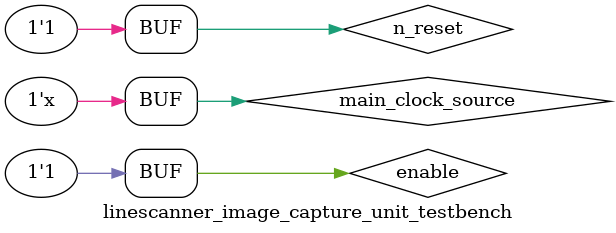
<source format=v>
module linescanner_image_capture_unit_testbench;
    reg
    main_clock_source,
    n_reset,
    lval,
    end_adc,
    enable;
    reg[7:0] data;
    wire
    main_clock,
    rst_cvc,
    rst_cds,
    sample,
    load_pulse,
    pixel_captured,
    pixel_clock;
    wire[7:0] pixel_data;
    linescanner_image_capture_unit l(
    .enable,
    .data,
    .rst_cvc,
    .rst_cds,
    .sample,
    .end_adc,
    .lval,
    .pixel_clock,
    .main_clock_source,
    .main_clock,
    .n_reset,
    .load_pulse,
    .pixel_data,
    .pixel_captured);
    initial begin
        enable <= 1'b1;
        main_clock_source <= 1'b0;
        lval <= 1'b0;
        data <= 0;
        end_adc <= 1'b0;
        n_reset <= 1'b0;
        #25 n_reset <= 1'b1;
        #920 enable <= 1'b0;
        #4000 enable <= 1'b1;
    end
    always #10 main_clock_source <= ~main_clock_source;
    assign pixel_clock = main_clock;
    always @ (negedge rst_cds) #160 end_adc <= 1'b1;
    always @ (negedge sample) #120 end_adc <= 1'b0;
    always @ (posedge load_pulse) begin
        #1000 lval <= 1'b1;
        data <= 255;
    end
    always @ (posedge lval) begin
        #2000 lval <= 1'b0;
        data <= 0;
    end
endmodule
</source>
